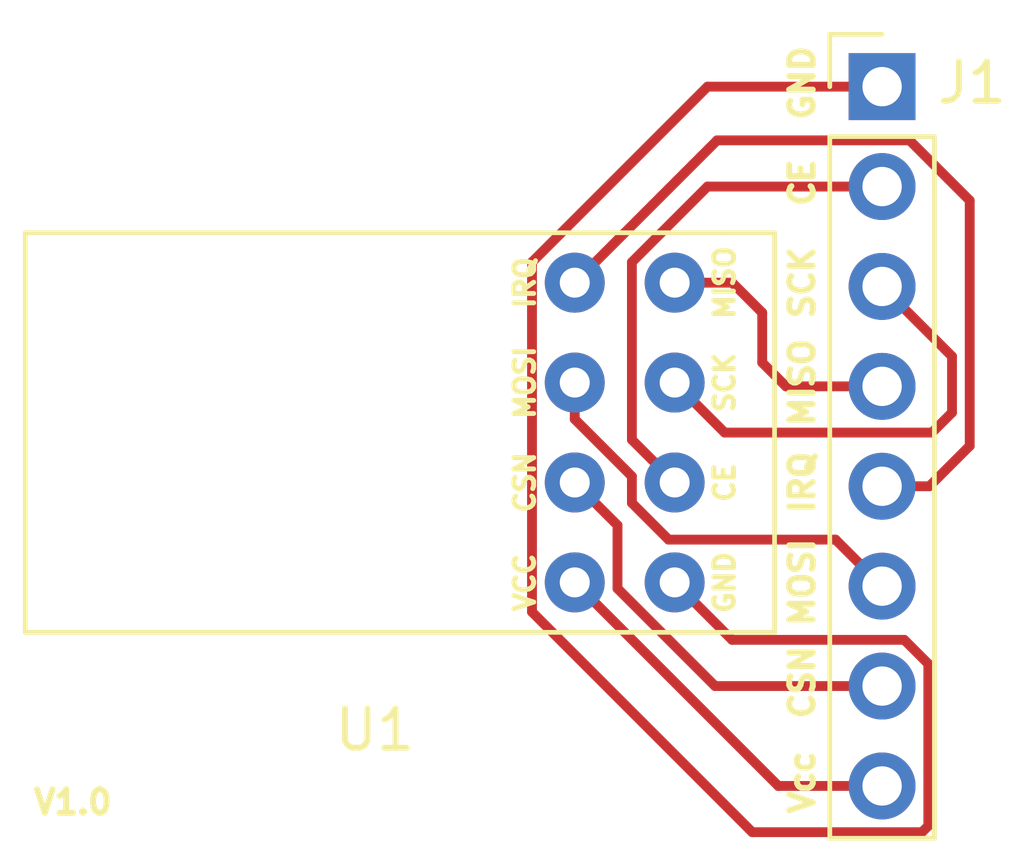
<source format=kicad_pcb>
(kicad_pcb (version 20171130) (host pcbnew "(5.1.9)-1")

  (general
    (thickness 1.6)
    (drawings 18)
    (tracks 42)
    (zones 0)
    (modules 2)
    (nets 9)
  )

  (page A4)
  (title_block
    (title "nRF24 Breakpout Board")
    (date 2021-10-22)
    (rev 1.0)
    (company Kapey)
  )

  (layers
    (0 F.Cu signal)
    (31 B.Cu signal)
    (32 B.Adhes user)
    (33 F.Adhes user)
    (34 B.Paste user)
    (35 F.Paste user)
    (36 B.SilkS user)
    (37 F.SilkS user)
    (38 B.Mask user)
    (39 F.Mask user)
    (40 Dwgs.User user)
    (41 Cmts.User user)
    (42 Eco1.User user)
    (43 Eco2.User user)
    (44 Edge.Cuts user)
    (45 Margin user)
    (46 B.CrtYd user)
    (47 F.CrtYd user)
    (48 B.Fab user)
    (49 F.Fab user)
  )

  (setup
    (last_trace_width 0.25)
    (trace_clearance 0.2)
    (zone_clearance 0.508)
    (zone_45_only no)
    (trace_min 0.2)
    (via_size 0.8)
    (via_drill 0.4)
    (via_min_size 0.4)
    (via_min_drill 0.3)
    (uvia_size 0.3)
    (uvia_drill 0.1)
    (uvias_allowed no)
    (uvia_min_size 0.2)
    (uvia_min_drill 0.1)
    (edge_width 0.05)
    (segment_width 0.2)
    (pcb_text_width 0.3)
    (pcb_text_size 1.5 1.5)
    (mod_edge_width 0.12)
    (mod_text_size 1 1)
    (mod_text_width 0.15)
    (pad_size 1.524 1.524)
    (pad_drill 0.762)
    (pad_to_mask_clearance 0)
    (aux_axis_origin 0 0)
    (visible_elements 7FFFFFFF)
    (pcbplotparams
      (layerselection 0x010fc_ffffffff)
      (usegerberextensions false)
      (usegerberattributes true)
      (usegerberadvancedattributes true)
      (creategerberjobfile true)
      (excludeedgelayer true)
      (linewidth 0.100000)
      (plotframeref false)
      (viasonmask false)
      (mode 1)
      (useauxorigin false)
      (hpglpennumber 1)
      (hpglpenspeed 20)
      (hpglpendiameter 15.000000)
      (psnegative false)
      (psa4output false)
      (plotreference true)
      (plotvalue true)
      (plotinvisibletext false)
      (padsonsilk false)
      (subtractmaskfromsilk false)
      (outputformat 1)
      (mirror false)
      (drillshape 1)
      (scaleselection 1)
      (outputdirectory ""))
  )

  (net 0 "")
  (net 1 "Net-(J1-Pad1)")
  (net 2 "Net-(J1-Pad2)")
  (net 3 "Net-(J1-Pad3)")
  (net 4 "Net-(J1-Pad4)")
  (net 5 "Net-(J1-Pad5)")
  (net 6 "Net-(J1-Pad6)")
  (net 7 "Net-(J1-Pad7)")
  (net 8 "Net-(J1-Pad8)")

  (net_class Default "This is the default net class."
    (clearance 0.2)
    (trace_width 0.25)
    (via_dia 0.8)
    (via_drill 0.4)
    (uvia_dia 0.3)
    (uvia_drill 0.1)
    (add_net "Net-(J1-Pad1)")
    (add_net "Net-(J1-Pad2)")
    (add_net "Net-(J1-Pad3)")
    (add_net "Net-(J1-Pad4)")
    (add_net "Net-(J1-Pad5)")
    (add_net "Net-(J1-Pad6)")
    (add_net "Net-(J1-Pad7)")
    (add_net "Net-(J1-Pad8)")
  )

  (module Connector_PinHeader_2.54mm:PinHeader_1x08_P2.54mm_Vertical (layer F.Cu) (tedit 59FED5CC) (tstamp 6173D63F)
    (at 151.892 89.504)
    (descr "Through hole straight pin header, 1x08, 2.54mm pitch, single row")
    (tags "Through hole pin header THT 1x08 2.54mm single row")
    (path /617389BA)
    (fp_text reference J1 (at 2.286 -0.096) (layer F.SilkS)
      (effects (font (size 1 1) (thickness 0.15)))
    )
    (fp_text value Conn_01x08_Female (at 2.794 9.302 90) (layer F.Fab) hide
      (effects (font (size 0.5 0.5) (thickness 0.125)))
    )
    (fp_text user %R (at 0 8.89 90) (layer F.Fab)
      (effects (font (size 1 1) (thickness 0.15)))
    )
    (fp_line (start -0.635 -1.27) (end 1.27 -1.27) (layer F.Fab) (width 0.1))
    (fp_line (start 1.27 -1.27) (end 1.27 19.05) (layer F.Fab) (width 0.1))
    (fp_line (start 1.27 19.05) (end -1.27 19.05) (layer F.Fab) (width 0.1))
    (fp_line (start -1.27 19.05) (end -1.27 -0.635) (layer F.Fab) (width 0.1))
    (fp_line (start -1.27 -0.635) (end -0.635 -1.27) (layer F.Fab) (width 0.1))
    (fp_line (start -1.33 19.11) (end 1.33 19.11) (layer F.SilkS) (width 0.12))
    (fp_line (start -1.33 1.27) (end -1.33 19.11) (layer F.SilkS) (width 0.12))
    (fp_line (start 1.33 1.27) (end 1.33 19.11) (layer F.SilkS) (width 0.12))
    (fp_line (start -1.33 1.27) (end 1.33 1.27) (layer F.SilkS) (width 0.12))
    (fp_line (start -1.33 0) (end -1.33 -1.33) (layer F.SilkS) (width 0.12))
    (fp_line (start -1.33 -1.33) (end 0 -1.33) (layer F.SilkS) (width 0.12))
    (fp_line (start -1.8 -1.8) (end -1.8 19.55) (layer F.CrtYd) (width 0.05))
    (fp_line (start -1.8 19.55) (end 1.8 19.55) (layer F.CrtYd) (width 0.05))
    (fp_line (start 1.8 19.55) (end 1.8 -1.8) (layer F.CrtYd) (width 0.05))
    (fp_line (start 1.8 -1.8) (end -1.8 -1.8) (layer F.CrtYd) (width 0.05))
    (pad 8 thru_hole oval (at 0 17.78) (size 1.7 1.7) (drill 1) (layers *.Cu *.Mask)
      (net 8 "Net-(J1-Pad8)"))
    (pad 7 thru_hole oval (at 0 15.24) (size 1.7 1.7) (drill 1) (layers *.Cu *.Mask)
      (net 7 "Net-(J1-Pad7)"))
    (pad 6 thru_hole oval (at 0 12.7) (size 1.7 1.7) (drill 1) (layers *.Cu *.Mask)
      (net 6 "Net-(J1-Pad6)"))
    (pad 5 thru_hole oval (at 0 10.16) (size 1.7 1.7) (drill 1) (layers *.Cu *.Mask)
      (net 5 "Net-(J1-Pad5)"))
    (pad 4 thru_hole oval (at 0 7.62) (size 1.7 1.7) (drill 1) (layers *.Cu *.Mask)
      (net 4 "Net-(J1-Pad4)"))
    (pad 3 thru_hole oval (at 0 5.08) (size 1.7 1.7) (drill 1) (layers *.Cu *.Mask)
      (net 3 "Net-(J1-Pad3)"))
    (pad 2 thru_hole oval (at 0 2.54) (size 1.7 1.7) (drill 1) (layers *.Cu *.Mask)
      (net 2 "Net-(J1-Pad2)"))
    (pad 1 thru_hole rect (at 0 0) (size 1.7 1.7) (drill 1) (layers *.Cu *.Mask)
      (net 1 "Net-(J1-Pad1)"))
    (model ${KISYS3DMOD}/Connector_PinHeader_2.54mm.3dshapes/PinHeader_1x08_P2.54mm_Vertical.wrl
      (at (xyz 0 0 0))
      (scale (xyz 1 1 1))
      (rotate (xyz 0 0 0))
    )
  )

  (module nRF24_Breakout_footprint:nRF24 (layer F.Cu) (tedit 617373E9) (tstamp 6173D2AF)
    (at 138.998001 99.568)
    (descr "A footprint for the generic nRF24 module")
    (path /616E7E41)
    (fp_text reference U1 (at 0 6.289999) (layer F.SilkS)
      (effects (font (size 1 1) (thickness 0.15)))
    )
    (fp_text value nRF24 (at 0 -0.635) (layer F.Fab)
      (effects (font (size 1 1) (thickness 0.15)))
    )
    (fp_line (start 8.89 -6.35) (end -8.89 -6.35) (layer F.SilkS) (width 0.12))
    (fp_line (start -8.89 -6.35) (end -8.89 3.81) (layer F.SilkS) (width 0.12))
    (fp_line (start -8.89 3.81) (end 8.89 3.81) (layer F.SilkS) (width 0.12))
    (fp_line (start 10.16 3.81) (end 10.16 -6.35) (layer F.SilkS) (width 0.12))
    (fp_line (start 8.89 -6.35) (end 10.16 -6.35) (layer F.SilkS) (width 0.12))
    (fp_line (start 10.16 3.81) (end 8.89 3.81) (layer F.SilkS) (width 0.12))
    (fp_text user GND (at 8.89 2.54 90) (layer F.SilkS)
      (effects (font (size 0.5 0.5) (thickness 0.125)))
    )
    (fp_text user CE (at 8.89 0 90) (layer F.SilkS)
      (effects (font (size 0.5 0.5) (thickness 0.125)))
    )
    (fp_text user SCK (at 8.89 -2.54 90) (layer F.SilkS)
      (effects (font (size 0.5 0.5) (thickness 0.125)))
    )
    (fp_text user MISO (at 8.89 -5.08 90) (layer F.SilkS)
      (effects (font (size 0.5 0.5) (thickness 0.125)))
    )
    (fp_text user IRQ (at 3.81 -5.08 90) (layer F.SilkS)
      (effects (font (size 0.5 0.5) (thickness 0.125)))
    )
    (fp_text user MOSI (at 3.81 -2.54 90) (layer F.SilkS)
      (effects (font (size 0.5 0.5) (thickness 0.125)))
    )
    (fp_text user CSN (at 3.81 0 90) (layer F.SilkS)
      (effects (font (size 0.5 0.5) (thickness 0.125)))
    )
    (fp_text user VCC (at 3.81 2.54 90) (layer F.SilkS)
      (effects (font (size 0.5 0.5) (thickness 0.125)))
    )
    (pad 1 thru_hole circle (at 7.62 0) (size 1.524 1.524) (drill 0.762) (layers *.Cu *.Mask)
      (net 2 "Net-(J1-Pad2)"))
    (pad 2 thru_hole circle (at 7.62 -2.54) (size 1.524 1.524) (drill 0.762) (layers *.Cu *.Mask)
      (net 3 "Net-(J1-Pad3)"))
    (pad 3 thru_hole circle (at 7.62 -5.08) (size 1.524 1.524) (drill 0.762) (layers *.Cu *.Mask)
      (net 4 "Net-(J1-Pad4)"))
    (pad 4 thru_hole circle (at 5.08 -5.08) (size 1.524 1.524) (drill 0.762) (layers *.Cu *.Mask)
      (net 5 "Net-(J1-Pad5)"))
    (pad 5 thru_hole circle (at 5.08 -2.54) (size 1.524 1.524) (drill 0.762) (layers *.Cu *.Mask)
      (net 6 "Net-(J1-Pad6)"))
    (pad 6 thru_hole circle (at 5.08 0) (size 1.524 1.524) (drill 0.762) (layers *.Cu *.Mask)
      (net 7 "Net-(J1-Pad7)"))
    (pad 7 thru_hole circle (at 5.08 2.54) (size 1.524 1.524) (drill 0.762) (layers *.Cu *.Mask)
      (net 8 "Net-(J1-Pad8)"))
    (pad 0 thru_hole circle (at 7.62 2.54) (size 1.524 1.524) (drill 0.762) (layers *.Cu *.Mask)
      (net 1 "Net-(J1-Pad1)"))
  )

  (gr_text V1.0 (at 131.318 107.696) (layer F.SilkS) (tstamp 6173E34E)
    (effects (font (size 0.6 0.6) (thickness 0.15)))
  )
  (gr_text "GND\n" (at 149.86 89.408 90) (layer F.SilkS) (tstamp 6173E1ED)
    (effects (font (size 0.6 0.6) (thickness 0.15)))
  )
  (gr_text CE (at 149.86 91.948 90) (layer F.SilkS) (tstamp 6173E1EB)
    (effects (font (size 0.6 0.6) (thickness 0.15)))
  )
  (gr_text SCK (at 149.86 94.488 90) (layer F.SilkS) (tstamp 6173E1E9)
    (effects (font (size 0.6 0.6) (thickness 0.15)))
  )
  (gr_text MISO (at 149.86 97.028 90) (layer F.SilkS) (tstamp 6173E1E7)
    (effects (font (size 0.6 0.6) (thickness 0.15)))
  )
  (gr_text IRQ (at 149.86 99.568 90) (layer F.SilkS) (tstamp 6173E1E5)
    (effects (font (size 0.6 0.6) (thickness 0.15)))
  )
  (gr_text Vcc (at 149.86 107.188 90) (layer F.SilkS) (tstamp 6173E2E1)
    (effects (font (size 0.6 0.6) (thickness 0.15)))
  )
  (gr_text CSN (at 149.86 104.648 90) (layer F.SilkS) (tstamp 6173E1E1)
    (effects (font (size 0.6 0.6) (thickness 0.15)))
  )
  (gr_text MOSI (at 149.86 102.108 90) (layer F.SilkS) (tstamp 6173E1DB)
    (effects (font (size 0.6 0.6) (thickness 0.15)))
  )
  (gr_line (start 155.448 109.22) (end 154.432 109.22) (layer Dwgs.User) (width 0.15) (tstamp 6173E142))
  (gr_line (start 155.448 87.376) (end 155.448 109.22) (layer Dwgs.User) (width 0.15))
  (gr_line (start 154.432 87.376) (end 155.448 87.376) (layer Dwgs.User) (width 0.15))
  (gr_line (start 154.432 109.22) (end 153.924 109.22) (layer Dwgs.User) (width 0.15) (tstamp 6173DDA3))
  (gr_line (start 153.924 87.376) (end 154.432 87.376) (layer Dwgs.User) (width 0.15))
  (gr_line (start 129.54 109.22) (end 153.924 109.22) (layer Dwgs.User) (width 0.15))
  (gr_line (start 129.54 105.664) (end 129.54 109.22) (layer Dwgs.User) (width 0.15))
  (gr_line (start 129.54 87.376) (end 129.54 105.664) (layer Dwgs.User) (width 0.15))
  (gr_line (start 153.924 87.376) (end 129.54 87.376) (layer Dwgs.User) (width 0.15))

  (segment (start 152.456001 103.568999) (end 153.067001 104.179999) (width 0.25) (layer F.Cu) (net 1))
  (segment (start 148.079 103.568999) (end 152.456001 103.568999) (width 0.25) (layer F.Cu) (net 1))
  (segment (start 153.067001 104.179999) (end 153.067001 108.298999) (width 0.25) (layer F.Cu) (net 1))
  (segment (start 146.618001 102.108) (end 148.079 103.568999) (width 0.25) (layer F.Cu) (net 1))
  (segment (start 152.906999 108.459001) (end 148.591001 108.459001) (width 0.25) (layer F.Cu) (net 1))
  (segment (start 153.067001 108.298999) (end 152.906999 108.459001) (width 0.25) (layer F.Cu) (net 1))
  (segment (start 147.453239 89.504) (end 151.892 89.504) (width 0.25) (layer F.Cu) (net 1))
  (segment (start 142.991 93.966239) (end 147.453239 89.504) (width 0.25) (layer F.Cu) (net 1))
  (segment (start 142.991 102.859) (end 142.991 93.966239) (width 0.25) (layer F.Cu) (net 1))
  (segment (start 148.591001 108.459001) (end 142.991 102.859) (width 0.25) (layer F.Cu) (net 1))
  (segment (start 147.453239 92.044) (end 151.892 92.044) (width 0.25) (layer F.Cu) (net 2))
  (segment (start 145.531 93.966239) (end 147.453239 92.044) (width 0.25) (layer F.Cu) (net 2))
  (segment (start 145.531 98.480999) (end 145.531 93.966239) (width 0.25) (layer F.Cu) (net 2))
  (segment (start 146.618001 99.568) (end 145.531 98.480999) (width 0.25) (layer F.Cu) (net 2))
  (segment (start 147.889002 98.299001) (end 153.160999 98.299001) (width 0.25) (layer F.Cu) (net 3))
  (segment (start 146.618001 97.028) (end 147.889002 98.299001) (width 0.25) (layer F.Cu) (net 3))
  (segment (start 153.160999 98.299001) (end 153.67 97.79) (width 0.25) (layer F.Cu) (net 3))
  (segment (start 153.67 96.362) (end 151.892 94.584) (width 0.25) (layer F.Cu) (net 3))
  (segment (start 153.67 97.79) (end 153.67 96.362) (width 0.25) (layer F.Cu) (net 3))
  (segment (start 149.448 97.124) (end 151.892 97.124) (width 0.25) (layer F.Cu) (net 4))
  (segment (start 148.844 96.52) (end 149.448 97.124) (width 0.25) (layer F.Cu) (net 4))
  (segment (start 148.844 95.25) (end 148.844 96.52) (width 0.25) (layer F.Cu) (net 4))
  (segment (start 148.082 94.488) (end 148.844 95.25) (width 0.25) (layer F.Cu) (net 4))
  (segment (start 146.618001 94.488) (end 148.082 94.488) (width 0.25) (layer F.Cu) (net 4))
  (segment (start 147.697002 90.868999) (end 152.590999 90.868999) (width 0.25) (layer F.Cu) (net 5))
  (segment (start 144.078001 94.488) (end 147.697002 90.868999) (width 0.25) (layer F.Cu) (net 5))
  (segment (start 153.094081 99.664) (end 151.892 99.664) (width 0.25) (layer F.Cu) (net 5))
  (segment (start 154.120009 98.638072) (end 153.094081 99.664) (width 0.25) (layer F.Cu) (net 5))
  (segment (start 154.12001 92.39801) (end 154.120009 98.638072) (width 0.25) (layer F.Cu) (net 5))
  (segment (start 152.590999 90.868999) (end 154.12001 92.39801) (width 0.25) (layer F.Cu) (net 5))
  (segment (start 150.708999 101.020999) (end 151.892 102.204) (width 0.25) (layer F.Cu) (net 6))
  (segment (start 146.462238 101.020999) (end 150.708999 101.020999) (width 0.25) (layer F.Cu) (net 6))
  (segment (start 145.531 100.089761) (end 146.462238 101.020999) (width 0.25) (layer F.Cu) (net 6))
  (segment (start 145.531 99.412237) (end 145.531 100.089761) (width 0.25) (layer F.Cu) (net 6))
  (segment (start 144.078001 97.959238) (end 145.531 99.412237) (width 0.25) (layer F.Cu) (net 6))
  (segment (start 144.078001 97.028) (end 144.078001 97.959238) (width 0.25) (layer F.Cu) (net 6))
  (segment (start 147.645239 104.744) (end 151.892 104.744) (width 0.25) (layer F.Cu) (net 7))
  (segment (start 145.165002 102.263763) (end 147.645239 104.744) (width 0.25) (layer F.Cu) (net 7))
  (segment (start 145.165002 100.655001) (end 145.165002 102.263763) (width 0.25) (layer F.Cu) (net 7))
  (segment (start 144.078001 99.568) (end 145.165002 100.655001) (width 0.25) (layer F.Cu) (net 7))
  (segment (start 149.254001 107.284) (end 151.892 107.284) (width 0.25) (layer F.Cu) (net 8))
  (segment (start 144.078001 102.108) (end 149.254001 107.284) (width 0.25) (layer F.Cu) (net 8))

)

</source>
